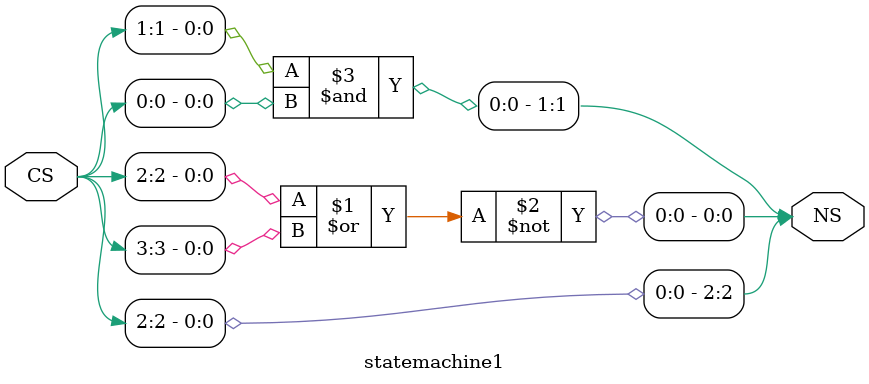
<source format=v>
module statemachine1

(
 input [3:0] CS,
 output [2:0] NS
);

 assign NS[0]=~(CS[2]|CS[3]),
        NS[1]=CS[1] & CS[0],
        NS[2]=CS[2];
 endmodule
</source>
